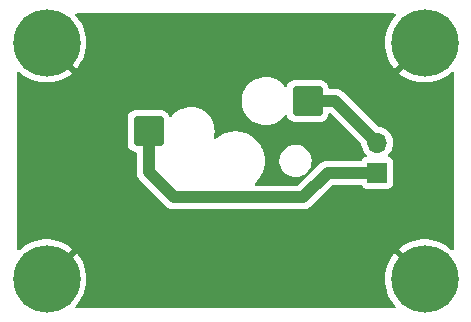
<source format=gbr>
%TF.GenerationSoftware,KiCad,Pcbnew,(5.99.0-9519-ga70106a3bd)*%
%TF.CreationDate,2021-04-17T12:17:53-04:00*%
%TF.ProjectId,hotswap-board,686f7473-7761-4702-9d62-6f6172642e6b,rev?*%
%TF.SameCoordinates,Original*%
%TF.FileFunction,Copper,L2,Bot*%
%TF.FilePolarity,Positive*%
%FSLAX46Y46*%
G04 Gerber Fmt 4.6, Leading zero omitted, Abs format (unit mm)*
G04 Created by KiCad (PCBNEW (5.99.0-9519-ga70106a3bd)) date 2021-04-17 12:17:53*
%MOMM*%
%LPD*%
G01*
G04 APERTURE LIST*
G04 Aperture macros list*
%AMRoundRect*
0 Rectangle with rounded corners*
0 $1 Rounding radius*
0 $2 $3 $4 $5 $6 $7 $8 $9 X,Y pos of 4 corners*
0 Add a 4 corners polygon primitive as box body*
4,1,4,$2,$3,$4,$5,$6,$7,$8,$9,$2,$3,0*
0 Add four circle primitives for the rounded corners*
1,1,$1+$1,$2,$3*
1,1,$1+$1,$4,$5*
1,1,$1+$1,$6,$7*
1,1,$1+$1,$8,$9*
0 Add four rect primitives between the rounded corners*
20,1,$1+$1,$2,$3,$4,$5,0*
20,1,$1+$1,$4,$5,$6,$7,0*
20,1,$1+$1,$6,$7,$8,$9,0*
20,1,$1+$1,$8,$9,$2,$3,0*%
G04 Aperture macros list end*
%TA.AperFunction,ComponentPad*%
%ADD10C,5.700000*%
%TD*%
%TA.AperFunction,ComponentPad*%
%ADD11R,1.700000X1.700000*%
%TD*%
%TA.AperFunction,ComponentPad*%
%ADD12O,1.700000X1.700000*%
%TD*%
%TA.AperFunction,SMDPad,CuDef*%
%ADD13RoundRect,0.254000X1.016000X1.016000X-1.016000X1.016000X-1.016000X-1.016000X1.016000X-1.016000X0*%
%TD*%
%TA.AperFunction,Conductor*%
%ADD14C,1.000000*%
%TD*%
G04 APERTURE END LIST*
D10*
%TO.P,H4,1,1*%
%TO.N,GND*%
X-16000000Y-10000000D03*
%TD*%
%TO.P,H2,1,1*%
%TO.N,GND*%
X16000000Y-10000000D03*
%TD*%
%TO.P,H3,1,1*%
%TO.N,GND*%
X-16000000Y10000000D03*
%TD*%
%TO.P,H1,1,1*%
%TO.N,GND*%
X16000000Y10000000D03*
%TD*%
D11*
%TO.P,J1,1,Pin_1*%
%TO.N,Net-(J1-Pad1)*%
X12000000Y-1000000D03*
D12*
%TO.P,J1,2,Pin_2*%
%TO.N,Net-(J1-Pad2)*%
X12000000Y1540000D03*
%TD*%
D13*
%TO.P,SW1,1,Col*%
%TO.N,Net-(J1-Pad2)*%
X6096000Y5080000D03*
%TO.P,SW1,2,Row*%
%TO.N,Net-(J1-Pad1)*%
X-7366000Y2540000D03*
%TD*%
D14*
%TO.N,Net-(J1-Pad2)*%
X8460000Y5080000D02*
X12000000Y1540000D01*
X6096000Y5080000D02*
X8460000Y5080000D01*
%TO.N,Net-(J1-Pad1)*%
X7800000Y-1000000D02*
X12000000Y-1000000D01*
X7800000Y-1000000D02*
X8200000Y-1000000D01*
X-7366000Y2540000D02*
X-7366000Y-934000D01*
X-7366000Y-934000D02*
X-5200000Y-3100000D01*
X5700000Y-3100000D02*
X7800000Y-1000000D01*
X-5200000Y-3100000D02*
X5700000Y-3100000D01*
%TD*%
%TA.AperFunction,Conductor*%
%TO.N,GND*%
G36*
X13507009Y12471998D02*
G01*
X13553502Y12418342D01*
X13563606Y12348068D01*
X13534699Y12284170D01*
X13330608Y12045209D01*
X13326454Y12039776D01*
X13125336Y11744949D01*
X13121801Y11739112D01*
X12953694Y11424275D01*
X12950813Y11418096D01*
X12817689Y11086940D01*
X12815498Y11080505D01*
X12718913Y10736894D01*
X12717430Y10730258D01*
X12658521Y10378235D01*
X12657762Y10371463D01*
X12637216Y10015138D01*
X12637192Y10008343D01*
X12655251Y9651866D01*
X12655961Y9645110D01*
X12712411Y9292681D01*
X12713850Y9286026D01*
X12808030Y8941763D01*
X12810179Y8935302D01*
X12940991Y8603216D01*
X12943822Y8597033D01*
X13109734Y8281016D01*
X13113217Y8275174D01*
X13312292Y7978919D01*
X13316385Y7973489D01*
X13440892Y7825631D01*
X13453631Y7817187D01*
X13464074Y7823284D01*
X15910905Y10270115D01*
X15973217Y10304141D01*
X16044032Y10299076D01*
X16089095Y10270115D01*
X16270115Y10089095D01*
X16304141Y10026783D01*
X16299076Y9955968D01*
X16270115Y9910905D01*
X13821361Y7462151D01*
X13813747Y7448207D01*
X13813823Y7447137D01*
X13817008Y7442303D01*
X14097304Y7227224D01*
X14102934Y7223369D01*
X14407897Y7037948D01*
X14413899Y7034730D01*
X14737114Y6883326D01*
X14743419Y6880778D01*
X15081099Y6765164D01*
X15087650Y6763311D01*
X15435827Y6684846D01*
X15442546Y6683709D01*
X15797170Y6643304D01*
X15803960Y6642901D01*
X16160869Y6641033D01*
X16167670Y6641365D01*
X16522697Y6678053D01*
X16529425Y6679119D01*
X16878419Y6753938D01*
X16884968Y6755717D01*
X17223845Y6867789D01*
X17230187Y6870275D01*
X17554949Y7018277D01*
X17561008Y7021444D01*
X17867888Y7203657D01*
X17873552Y7207449D01*
X18158958Y7421738D01*
X18164188Y7426127D01*
X18279907Y7534415D01*
X18343313Y7566356D01*
X18413922Y7558946D01*
X18469316Y7514538D01*
X18492000Y7442415D01*
X18492000Y-7442105D01*
X18471998Y-7510226D01*
X18418342Y-7556719D01*
X18348068Y-7566823D01*
X18279267Y-7533502D01*
X18182094Y-7441288D01*
X18176925Y-7436889D01*
X17892993Y-7220590D01*
X17887369Y-7216768D01*
X17581755Y-7032409D01*
X17575738Y-7029210D01*
X17252006Y-6878939D01*
X17245670Y-6876405D01*
X16907612Y-6761979D01*
X16901044Y-6760145D01*
X16552606Y-6682899D01*
X16545867Y-6681783D01*
X16191109Y-6642617D01*
X16184328Y-6642238D01*
X15827391Y-6641615D01*
X15820618Y-6641970D01*
X15465704Y-6679899D01*
X15458994Y-6680986D01*
X15110271Y-6757020D01*
X15103696Y-6758831D01*
X14765225Y-6872082D01*
X14758903Y-6874585D01*
X14434649Y-7023725D01*
X14428606Y-7026911D01*
X14122362Y-7210195D01*
X14116716Y-7214003D01*
X13832038Y-7429303D01*
X13826848Y-7433690D01*
X13822555Y-7437735D01*
X13814532Y-7451446D01*
X13814567Y-7452286D01*
X13819618Y-7460408D01*
X16270115Y-9910905D01*
X16304141Y-9973217D01*
X16299076Y-10044032D01*
X16270115Y-10089095D01*
X16089095Y-10270115D01*
X16026783Y-10304141D01*
X15955968Y-10299076D01*
X15910905Y-10270115D01*
X13465479Y-7824689D01*
X13451942Y-7817297D01*
X13442241Y-7824084D01*
X13330595Y-7954806D01*
X13326461Y-7960214D01*
X13125336Y-8255051D01*
X13121801Y-8260888D01*
X12953694Y-8575725D01*
X12950813Y-8581904D01*
X12817689Y-8913060D01*
X12815498Y-8919495D01*
X12718913Y-9263106D01*
X12717430Y-9269742D01*
X12658521Y-9621765D01*
X12657762Y-9628537D01*
X12637216Y-9984862D01*
X12637192Y-9991657D01*
X12655251Y-10348134D01*
X12655961Y-10354890D01*
X12712411Y-10707319D01*
X12713850Y-10713974D01*
X12808030Y-11058237D01*
X12810179Y-11064698D01*
X12940991Y-11396784D01*
X12943822Y-11402967D01*
X13109734Y-11718984D01*
X13113217Y-11724826D01*
X13312286Y-12021072D01*
X13316389Y-12026516D01*
X13533918Y-12284840D01*
X13562496Y-12349831D01*
X13551401Y-12419955D01*
X13504155Y-12472949D01*
X13437538Y-12492000D01*
X-13439486Y-12492000D01*
X-13507607Y-12471998D01*
X-13554100Y-12418342D01*
X-13564204Y-12348068D01*
X-13535011Y-12283836D01*
X-13337756Y-12054505D01*
X-13333598Y-12049107D01*
X-13131439Y-11754964D01*
X-13127892Y-11749153D01*
X-12958689Y-11434908D01*
X-12955782Y-11428730D01*
X-12821501Y-11098038D01*
X-12819287Y-11091608D01*
X-12721507Y-10748346D01*
X-12720000Y-10741716D01*
X-12659859Y-10389881D01*
X-12659079Y-10383141D01*
X-12637192Y-10025275D01*
X-12637076Y-10021673D01*
X-12637006Y-10001820D01*
X-12637098Y-9998193D01*
X-12656486Y-9640200D01*
X-12657221Y-9633434D01*
X-12714899Y-9281218D01*
X-12716366Y-9274546D01*
X-12811742Y-8930634D01*
X-12813916Y-8924170D01*
X-12945885Y-8592547D01*
X-12948741Y-8586367D01*
X-13115751Y-8270939D01*
X-13119251Y-8265114D01*
X-13319363Y-7969550D01*
X-13323477Y-7964130D01*
X-13440911Y-7825656D01*
X-13453737Y-7817219D01*
X-13464062Y-7823272D01*
X-15910905Y-10270115D01*
X-15973217Y-10304141D01*
X-16044032Y-10299076D01*
X-16089095Y-10270115D01*
X-16270115Y-10089095D01*
X-16304141Y-10026783D01*
X-16299076Y-9955968D01*
X-16270115Y-9910905D01*
X-13821786Y-7462576D01*
X-13814172Y-7448632D01*
X-13814240Y-7447677D01*
X-13819183Y-7440202D01*
X-13823085Y-7436881D01*
X-14107007Y-7220590D01*
X-14112631Y-7216768D01*
X-14418245Y-7032409D01*
X-14424262Y-7029210D01*
X-14747994Y-6878939D01*
X-14754330Y-6876405D01*
X-15092388Y-6761979D01*
X-15098956Y-6760145D01*
X-15447394Y-6682899D01*
X-15454133Y-6681783D01*
X-15808891Y-6642617D01*
X-15815672Y-6642238D01*
X-16172609Y-6641615D01*
X-16179382Y-6641970D01*
X-16534296Y-6679899D01*
X-16541006Y-6680986D01*
X-16889729Y-6757020D01*
X-16896304Y-6758831D01*
X-17234775Y-6872082D01*
X-17241097Y-6874585D01*
X-17565351Y-7023725D01*
X-17571394Y-7026911D01*
X-17877638Y-7210195D01*
X-17883284Y-7214003D01*
X-18167951Y-7429295D01*
X-18173152Y-7433690D01*
X-18279587Y-7533989D01*
X-18342881Y-7566150D01*
X-18413516Y-7558986D01*
X-18469064Y-7514772D01*
X-18492000Y-7442289D01*
X-18492000Y3612023D01*
X-9144500Y3612023D01*
X-9144500Y1481114D01*
X-9136186Y1409799D01*
X-9130634Y1362185D01*
X-9128915Y1347437D01*
X-9126419Y1340562D01*
X-9126419Y1340560D01*
X-9070759Y1187221D01*
X-9068263Y1180345D01*
X-9064252Y1174228D01*
X-9064251Y1174225D01*
X-8974811Y1037806D01*
X-8970799Y1031687D01*
X-8841751Y909439D01*
X-8688040Y820156D01*
X-8517913Y768630D01*
X-8511477Y768056D01*
X-8511474Y768055D01*
X-8489298Y766076D01*
X-8423225Y740097D01*
X-8381687Y682520D01*
X-8374500Y640575D01*
X-8374500Y-871045D01*
X-8375237Y-884653D01*
X-8379445Y-923387D01*
X-8378908Y-929525D01*
X-8378908Y-929530D01*
X-8374933Y-974963D01*
X-8374603Y-979800D01*
X-8374500Y-981909D01*
X-8374500Y-984994D01*
X-8374200Y-988053D01*
X-8370432Y-1026477D01*
X-8370314Y-1027751D01*
X-8362205Y-1120435D01*
X-8360718Y-1125553D01*
X-8360198Y-1130857D01*
X-8358417Y-1136756D01*
X-8333346Y-1219795D01*
X-8332971Y-1221060D01*
X-8309955Y-1300282D01*
X-8307021Y-1310382D01*
X-8304566Y-1315119D01*
X-8303027Y-1320215D01*
X-8300138Y-1325648D01*
X-8300137Y-1325651D01*
X-8259392Y-1402282D01*
X-8258780Y-1403449D01*
X-8215993Y-1485992D01*
X-8212667Y-1490159D01*
X-8210166Y-1494862D01*
X-8206272Y-1499637D01*
X-8206271Y-1499638D01*
X-8151444Y-1566862D01*
X-8150615Y-1567890D01*
X-8122229Y-1603449D01*
X-8122220Y-1603459D01*
X-8120020Y-1606215D01*
X-8117514Y-1608721D01*
X-8117040Y-1609251D01*
X-8113335Y-1613589D01*
X-8085150Y-1648147D01*
X-8080403Y-1652074D01*
X-8080401Y-1652076D01*
X-8048839Y-1678186D01*
X-8040059Y-1686176D01*
X-5957634Y-3768601D01*
X-5948532Y-3778743D01*
X-5924118Y-3809109D01*
X-5919401Y-3813067D01*
X-5919399Y-3813069D01*
X-5884466Y-3842381D01*
X-5880817Y-3845564D01*
X-5879250Y-3846985D01*
X-5877059Y-3849176D01*
X-5868472Y-3856229D01*
X-5844834Y-3875645D01*
X-5843819Y-3876488D01*
X-5818522Y-3897714D01*
X-5772594Y-3936253D01*
X-5767921Y-3938822D01*
X-5763805Y-3942203D01*
X-5743983Y-3952831D01*
X-5681961Y-3986087D01*
X-5680801Y-3986717D01*
X-5604667Y-4028573D01*
X-5604654Y-4028578D01*
X-5599260Y-4031544D01*
X-5594180Y-4033155D01*
X-5589483Y-4035674D01*
X-5583587Y-4037477D01*
X-5583586Y-4037477D01*
X-5571994Y-4041021D01*
X-5500473Y-4062887D01*
X-5499443Y-4063208D01*
X-5410718Y-4091353D01*
X-5405422Y-4091947D01*
X-5400326Y-4093505D01*
X-5307753Y-4102908D01*
X-5306633Y-4103028D01*
X-5257845Y-4108500D01*
X-5254320Y-4108500D01*
X-5253569Y-4108542D01*
X-5247870Y-4108991D01*
X-5209665Y-4112872D01*
X-5209660Y-4112872D01*
X-5203537Y-4113494D01*
X-5156618Y-4109059D01*
X-5144761Y-4108500D01*
X5637045Y-4108500D01*
X5650653Y-4109237D01*
X5683263Y-4112780D01*
X5683266Y-4112780D01*
X5689387Y-4113445D01*
X5695525Y-4112908D01*
X5695530Y-4112908D01*
X5740963Y-4108933D01*
X5745800Y-4108603D01*
X5747909Y-4108500D01*
X5750994Y-4108500D01*
X5792552Y-4104425D01*
X5793751Y-4104314D01*
X5834138Y-4100780D01*
X5880300Y-4096742D01*
X5880303Y-4096742D01*
X5886435Y-4096205D01*
X5891553Y-4094718D01*
X5896857Y-4094198D01*
X5906280Y-4091353D01*
X5985795Y-4067346D01*
X5987060Y-4066971D01*
X6070473Y-4042738D01*
X6070476Y-4042737D01*
X6076382Y-4041021D01*
X6081119Y-4038566D01*
X6086215Y-4037027D01*
X6091648Y-4034138D01*
X6091651Y-4034137D01*
X6168282Y-3993392D01*
X6169449Y-3992780D01*
X6246517Y-3952831D01*
X6251992Y-3949993D01*
X6256159Y-3946667D01*
X6260862Y-3944166D01*
X6267084Y-3939092D01*
X6332862Y-3885444D01*
X6333890Y-3884615D01*
X6369449Y-3856229D01*
X6369459Y-3856220D01*
X6372215Y-3854020D01*
X6374721Y-3851514D01*
X6375251Y-3851040D01*
X6379589Y-3847335D01*
X6414147Y-3819150D01*
X6444187Y-3782838D01*
X6452176Y-3774059D01*
X8180829Y-2045405D01*
X8243141Y-2011380D01*
X8269924Y-2008500D01*
X10578874Y-2008500D01*
X10646995Y-2028502D01*
X10684872Y-2066379D01*
X10757051Y-2178691D01*
X10757053Y-2178694D01*
X10761923Y-2186271D01*
X10768733Y-2192172D01*
X10865569Y-2276082D01*
X10865572Y-2276084D01*
X10872381Y-2281984D01*
X11005330Y-2342700D01*
X11014245Y-2343982D01*
X11014246Y-2343982D01*
X11145552Y-2362861D01*
X11145559Y-2362862D01*
X11150000Y-2363500D01*
X12850000Y-2363500D01*
X12923079Y-2358273D01*
X13001165Y-2335345D01*
X13054670Y-2319635D01*
X13054672Y-2319634D01*
X13063316Y-2317096D01*
X13127135Y-2276082D01*
X13178691Y-2242949D01*
X13178694Y-2242947D01*
X13186271Y-2238077D01*
X13226048Y-2192172D01*
X13276082Y-2134431D01*
X13276084Y-2134428D01*
X13281984Y-2127619D01*
X13307614Y-2071498D01*
X13338958Y-2002864D01*
X13338958Y-2002863D01*
X13342700Y-1994670D01*
X13351713Y-1931985D01*
X13362861Y-1854448D01*
X13362862Y-1854441D01*
X13363500Y-1850000D01*
X13363500Y-150000D01*
X13358273Y-76921D01*
X13317096Y63316D01*
X13271393Y134431D01*
X13242949Y178691D01*
X13242947Y178694D01*
X13238077Y186271D01*
X13187742Y229887D01*
X13134431Y276082D01*
X13134428Y276084D01*
X13127619Y281984D01*
X12994670Y342700D01*
X12987612Y343715D01*
X12928687Y381583D01*
X12899193Y446164D01*
X12909296Y516438D01*
X12934427Y552803D01*
X12936199Y554590D01*
X13046030Y665383D01*
X13077966Y710908D01*
X13175375Y849764D01*
X13175376Y849766D01*
X13178439Y854132D01*
X13207028Y914475D01*
X13274868Y1057669D01*
X13277153Y1062492D01*
X13339349Y1284506D01*
X13344194Y1330988D01*
X13357669Y1460289D01*
X13363249Y1513824D01*
X13363500Y1540000D01*
X13363250Y1542948D01*
X13344458Y1764424D01*
X13344457Y1764428D01*
X13344007Y1769735D01*
X13310551Y1898637D01*
X13287426Y1987731D01*
X13286084Y1992902D01*
X13191388Y2203118D01*
X13062627Y2394374D01*
X12903482Y2561201D01*
X12718504Y2698829D01*
X12713753Y2701245D01*
X12713749Y2701247D01*
X12517740Y2800903D01*
X12517739Y2800903D01*
X12512982Y2803322D01*
X12402887Y2837507D01*
X12297895Y2870109D01*
X12297889Y2870110D01*
X12292792Y2871693D01*
X12192711Y2884957D01*
X12106590Y2896372D01*
X12041688Y2925151D01*
X12034050Y2932185D01*
X9217638Y5748596D01*
X9208536Y5758739D01*
X9197360Y5772639D01*
X9184118Y5789109D01*
X9179400Y5793068D01*
X9179395Y5793073D01*
X9144452Y5822393D01*
X9140799Y5825579D01*
X9139252Y5826982D01*
X9137059Y5829175D01*
X9104817Y5855660D01*
X9103879Y5856438D01*
X9088128Y5869654D01*
X9032594Y5916253D01*
X9027921Y5918822D01*
X9023805Y5922203D01*
X8941818Y5966164D01*
X8940836Y5966697D01*
X8864661Y6008575D01*
X8864659Y6008576D01*
X8859260Y6011544D01*
X8854176Y6013157D01*
X8849483Y6015673D01*
X8760613Y6042844D01*
X8759355Y6043236D01*
X8676594Y6069489D01*
X8670718Y6071353D01*
X8665422Y6071947D01*
X8660326Y6073505D01*
X8654193Y6074128D01*
X8654188Y6074129D01*
X8593983Y6080244D01*
X8567802Y6082903D01*
X8566615Y6083029D01*
X8517845Y6088500D01*
X8514321Y6088500D01*
X8513570Y6088542D01*
X8507871Y6088991D01*
X8469666Y6092872D01*
X8469661Y6092872D01*
X8463538Y6093494D01*
X8420516Y6089427D01*
X8416621Y6089059D01*
X8404763Y6088500D01*
X7992538Y6088500D01*
X7924417Y6108502D01*
X7877924Y6162158D01*
X7867386Y6199908D01*
X7859762Y6265294D01*
X7858915Y6272563D01*
X7852273Y6290863D01*
X7800759Y6432779D01*
X7800759Y6432780D01*
X7798263Y6439655D01*
X7763949Y6491994D01*
X7704811Y6582194D01*
X7704810Y6582195D01*
X7700799Y6588313D01*
X7571751Y6710561D01*
X7418040Y6799844D01*
X7247913Y6851370D01*
X7241477Y6851944D01*
X7241474Y6851945D01*
X7170816Y6858251D01*
X7170810Y6858251D01*
X7168023Y6858500D01*
X5037114Y6858500D01*
X4965799Y6850186D01*
X4910707Y6843763D01*
X4910704Y6843762D01*
X4903437Y6842915D01*
X4896562Y6840419D01*
X4896560Y6840419D01*
X4743221Y6784759D01*
X4736345Y6782263D01*
X4730228Y6778252D01*
X4730225Y6778251D01*
X4593806Y6688811D01*
X4587687Y6684799D01*
X4465439Y6555751D01*
X4376156Y6402040D01*
X4374036Y6395040D01*
X4374035Y6395038D01*
X4366000Y6368507D01*
X4327111Y6309109D01*
X4262283Y6280164D01*
X4192097Y6290863D01*
X4143473Y6330968D01*
X4103405Y6386117D01*
X4103403Y6386120D01*
X4100816Y6389680D01*
X4002013Y6491994D01*
X3906408Y6590996D01*
X3906404Y6590999D01*
X3903354Y6594158D01*
X3679356Y6769164D01*
X3433181Y6911293D01*
X3169622Y7017778D01*
X3165349Y7018843D01*
X3165347Y7018844D01*
X2898079Y7085481D01*
X2898081Y7085481D01*
X2893808Y7086546D01*
X2889440Y7087005D01*
X2889435Y7087006D01*
X2615477Y7115800D01*
X2615474Y7115800D01*
X2611108Y7116259D01*
X2606720Y7116106D01*
X2606714Y7116106D01*
X2331421Y7106492D01*
X2331415Y7106491D01*
X2327023Y7106338D01*
X2047084Y7056978D01*
X1776739Y6969137D01*
X1772786Y6967209D01*
X1772781Y6967207D01*
X1653628Y6909092D01*
X1521250Y6844527D01*
X1517611Y6842072D01*
X1517605Y6842069D01*
X1289236Y6688032D01*
X1289229Y6688027D01*
X1285590Y6685572D01*
X1074345Y6495366D01*
X1001343Y6408365D01*
X894456Y6280983D01*
X894452Y6280978D01*
X891628Y6277612D01*
X889296Y6273880D01*
X776216Y6092914D01*
X740994Y6036548D01*
X625376Y5776866D01*
X547024Y5503620D01*
X507463Y5222129D01*
X507463Y4937871D01*
X547024Y4656380D01*
X625376Y4383134D01*
X740994Y4123452D01*
X891628Y3882388D01*
X894452Y3879022D01*
X894456Y3879017D01*
X935078Y3830606D01*
X1074345Y3664634D01*
X1285590Y3474428D01*
X1289229Y3471973D01*
X1289236Y3471968D01*
X1517605Y3317931D01*
X1517611Y3317928D01*
X1521250Y3315473D01*
X1525201Y3313546D01*
X1772781Y3192793D01*
X1772786Y3192791D01*
X1776739Y3190863D01*
X2047084Y3103022D01*
X2327023Y3053662D01*
X2331415Y3053509D01*
X2331421Y3053508D01*
X2606714Y3043894D01*
X2606720Y3043894D01*
X2611108Y3043741D01*
X2615474Y3044200D01*
X2615477Y3044200D01*
X2889435Y3072994D01*
X2889440Y3072995D01*
X2893808Y3073454D01*
X3030261Y3107476D01*
X3165347Y3141156D01*
X3165349Y3141157D01*
X3169622Y3142222D01*
X3433181Y3248707D01*
X3679356Y3390836D01*
X3903354Y3565842D01*
X3908999Y3571687D01*
X4097758Y3767153D01*
X4097760Y3767156D01*
X4100816Y3770320D01*
X4110067Y3783052D01*
X4144616Y3830606D01*
X4200838Y3873960D01*
X4271574Y3880035D01*
X4334366Y3846904D01*
X4364990Y3799537D01*
X4391237Y3727229D01*
X4391241Y3727220D01*
X4393737Y3720345D01*
X4397748Y3714228D01*
X4397749Y3714225D01*
X4487189Y3577806D01*
X4491201Y3571687D01*
X4620249Y3449439D01*
X4773960Y3360156D01*
X4944087Y3308630D01*
X4950523Y3308056D01*
X4950526Y3308055D01*
X5021184Y3301749D01*
X5021190Y3301749D01*
X5023977Y3301500D01*
X7154886Y3301500D01*
X7226201Y3309814D01*
X7281293Y3316237D01*
X7281296Y3316238D01*
X7288563Y3317085D01*
X7295438Y3319581D01*
X7295440Y3319581D01*
X7448779Y3375241D01*
X7448780Y3375241D01*
X7455655Y3377737D01*
X7461772Y3381748D01*
X7461775Y3381749D01*
X7598194Y3471189D01*
X7598195Y3471190D01*
X7604313Y3475201D01*
X7726561Y3604249D01*
X7815844Y3757960D01*
X7867370Y3928087D01*
X7869485Y3951788D01*
X7895462Y4017861D01*
X7953037Y4059401D01*
X8023931Y4063219D01*
X8084081Y4029684D01*
X10604881Y1508885D01*
X10638906Y1446573D01*
X10640193Y1437744D01*
X10640338Y1437767D01*
X10677002Y1210139D01*
X10751494Y991944D01*
X10754044Y987257D01*
X10754045Y987255D01*
X10787033Y926625D01*
X10861685Y789420D01*
X11004424Y608356D01*
X11064034Y554589D01*
X11101219Y494112D01*
X11099805Y423129D01*
X11060240Y364179D01*
X11015138Y340132D01*
X10945330Y319635D01*
X10945328Y319634D01*
X10936684Y317096D01*
X10898528Y292574D01*
X10821309Y242949D01*
X10821306Y242947D01*
X10813729Y238077D01*
X10807828Y231267D01*
X10723918Y134431D01*
X10723916Y134428D01*
X10718016Y127619D01*
X10714272Y119421D01*
X10697255Y82158D01*
X10650762Y28502D01*
X10582641Y8500D01*
X7862948Y8500D01*
X7849340Y9237D01*
X7816738Y12779D01*
X7816734Y12779D01*
X7810613Y13444D01*
X7804474Y12907D01*
X7804469Y12907D01*
X7759057Y8934D01*
X7754221Y8604D01*
X7752091Y8500D01*
X7749006Y8500D01*
X7707435Y4424D01*
X7706191Y4309D01*
X7683056Y2285D01*
X7619700Y-3258D01*
X7619697Y-3258D01*
X7613565Y-3795D01*
X7608447Y-5282D01*
X7603143Y-5802D01*
X7514073Y-32694D01*
X7512931Y-33032D01*
X7423618Y-58980D01*
X7418886Y-61433D01*
X7413785Y-62973D01*
X7408350Y-65863D01*
X7408347Y-65864D01*
X7331702Y-106617D01*
X7330601Y-107195D01*
X7248007Y-150008D01*
X7243842Y-153333D01*
X7239138Y-155834D01*
X7234361Y-159730D01*
X7167037Y-214638D01*
X7166010Y-215466D01*
X7127785Y-245981D01*
X7125291Y-248475D01*
X7124753Y-248956D01*
X7120404Y-252671D01*
X7090628Y-276955D01*
X7090625Y-276958D01*
X7085853Y-280850D01*
X7081926Y-285597D01*
X7081924Y-285599D01*
X7055809Y-317167D01*
X7047819Y-325947D01*
X5319171Y-2054595D01*
X5256859Y-2088621D01*
X5230076Y-2091500D01*
X1746650Y-2091500D01*
X1678529Y-2071498D01*
X1632036Y-2017842D01*
X1621932Y-1947568D01*
X1651426Y-1882988D01*
X1660397Y-1873650D01*
X1690370Y-1845504D01*
X1827816Y-1716433D01*
X2014610Y-1490638D01*
X2026007Y-1476862D01*
X2026010Y-1476858D01*
X2028529Y-1473813D01*
X2098683Y-1363268D01*
X2195131Y-1211290D01*
X2195133Y-1211287D01*
X2197251Y-1207949D01*
X2331322Y-923036D01*
X2428625Y-623565D01*
X2487628Y-314261D01*
X2500964Y-102301D01*
X3719441Y-102301D01*
X3756129Y-330078D01*
X3830670Y-548418D01*
X3940934Y-751076D01*
X4083767Y-932259D01*
X4087727Y-935830D01*
X4087728Y-935832D01*
X4205599Y-1042149D01*
X4255085Y-1086785D01*
X4259592Y-1089640D01*
X4259595Y-1089642D01*
X4315274Y-1124909D01*
X4449990Y-1210238D01*
X4454916Y-1212294D01*
X4454917Y-1212294D01*
X4605811Y-1275259D01*
X4662909Y-1299085D01*
X4668113Y-1300282D01*
X4668114Y-1300282D01*
X4882551Y-1349592D01*
X4882556Y-1349593D01*
X4887754Y-1350788D01*
X4893082Y-1351091D01*
X4893085Y-1351091D01*
X5051323Y-1360076D01*
X5118096Y-1363868D01*
X5123403Y-1363268D01*
X5123405Y-1363268D01*
X5233797Y-1350788D01*
X5347349Y-1337951D01*
X5352470Y-1336468D01*
X5352475Y-1336467D01*
X5563839Y-1275259D01*
X5563838Y-1275259D01*
X5568957Y-1273777D01*
X5700102Y-1210238D01*
X5771780Y-1175510D01*
X5776585Y-1173182D01*
X5893488Y-1089642D01*
X5959949Y-1042149D01*
X5959951Y-1042147D01*
X5964295Y-1039043D01*
X6126720Y-875194D01*
X6259217Y-686320D01*
X6357996Y-477823D01*
X6420233Y-255663D01*
X6420787Y-250349D01*
X6443842Y-29143D01*
X6443843Y-29133D01*
X6444149Y-26193D01*
X6444279Y-12613D01*
X6444372Y-2962D01*
X6444372Y-2954D01*
X6444400Y0D01*
X6433958Y123061D01*
X6425345Y224576D01*
X6425344Y224580D01*
X6424894Y229887D01*
X6423556Y235044D01*
X6423555Y235048D01*
X6368275Y448030D01*
X6366933Y453201D01*
X6272175Y663556D01*
X6143329Y854938D01*
X5984079Y1021875D01*
X5977655Y1026655D01*
X5803260Y1156408D01*
X5798978Y1159594D01*
X5794227Y1162010D01*
X5794223Y1162012D01*
X5598078Y1261737D01*
X5598077Y1261737D01*
X5593320Y1264156D01*
X5455814Y1306853D01*
X5378088Y1330988D01*
X5378082Y1330989D01*
X5372985Y1332572D01*
X5260828Y1347437D01*
X5149557Y1362185D01*
X5149552Y1362185D01*
X5144272Y1362885D01*
X5138943Y1362685D01*
X5138941Y1362685D01*
X5028997Y1358558D01*
X4913721Y1354230D01*
X4687925Y1306853D01*
X4682969Y1304896D01*
X4682963Y1304894D01*
X4573684Y1261737D01*
X4473340Y1222109D01*
X4276100Y1102421D01*
X4272070Y1098924D01*
X4154611Y996998D01*
X4101847Y951212D01*
X4098460Y947081D01*
X3958946Y776933D01*
X3958942Y776927D01*
X3955562Y772805D01*
X3952923Y768169D01*
X3952921Y768166D01*
X3920328Y710908D01*
X3841428Y572300D01*
X3762709Y355432D01*
X3761760Y350183D01*
X3761759Y350180D01*
X3730749Y178691D01*
X3721655Y128401D01*
X3720696Y28502D01*
X3719685Y-76921D01*
X3719441Y-102301D01*
X2500964Y-102301D01*
X2507400Y0D01*
X2507126Y4363D01*
X2502231Y82158D01*
X2487628Y314261D01*
X2428625Y623565D01*
X2413621Y669745D01*
X2355129Y849764D01*
X2331322Y923036D01*
X2197251Y1207949D01*
X2190022Y1219341D01*
X2045816Y1446573D01*
X2028529Y1473813D01*
X2025502Y1477473D01*
X1966300Y1549035D01*
X1827816Y1716433D01*
X1598277Y1931985D01*
X1343532Y2117068D01*
X1195850Y2198257D01*
X1071061Y2266860D01*
X1071058Y2266861D01*
X1067599Y2268763D01*
X908318Y2331827D01*
X778512Y2383221D01*
X778509Y2383222D01*
X774829Y2384679D01*
X770995Y2385663D01*
X770987Y2385666D01*
X582204Y2434137D01*
X469840Y2462987D01*
X465912Y2463483D01*
X465908Y2463484D01*
X342078Y2479127D01*
X157441Y2502452D01*
X-157441Y2502452D01*
X-342078Y2479127D01*
X-465908Y2463484D01*
X-465912Y2463483D01*
X-469840Y2462987D01*
X-582204Y2434137D01*
X-770987Y2385666D01*
X-770995Y2385663D01*
X-774829Y2384679D01*
X-778509Y2383222D01*
X-778512Y2383221D01*
X-908318Y2331827D01*
X-1067599Y2268763D01*
X-1071058Y2266861D01*
X-1071061Y2266860D01*
X-1195849Y2198257D01*
X-1343532Y2117068D01*
X-1598277Y1931985D01*
X-1631333Y1900944D01*
X-1633789Y1898637D01*
X-1697139Y1866586D01*
X-1767761Y1873873D01*
X-1823232Y1918184D01*
X-1845941Y1985450D01*
X-1843289Y2016684D01*
X-1793242Y2252139D01*
X-1793242Y2252141D01*
X-1792329Y2256435D01*
X-1777850Y2463484D01*
X-1772807Y2535610D01*
X-1772500Y2540000D01*
X-1783384Y2695643D01*
X-1792022Y2819180D01*
X-1792023Y2819185D01*
X-1792329Y2823565D01*
X-1851429Y3101611D01*
X-1866810Y3143872D01*
X-1924273Y3301749D01*
X-1948651Y3368726D01*
X-1991567Y3449439D01*
X-2080032Y3615819D01*
X-2080036Y3615825D01*
X-2082102Y3619711D01*
X-2112598Y3661686D01*
X-2246595Y3846117D01*
X-2246597Y3846120D01*
X-2249184Y3849680D01*
X-2278497Y3880035D01*
X-2443592Y4050996D01*
X-2443596Y4050999D01*
X-2446646Y4054158D01*
X-2670644Y4229164D01*
X-2916819Y4371293D01*
X-3180378Y4477778D01*
X-3184651Y4478843D01*
X-3184653Y4478844D01*
X-3451921Y4545481D01*
X-3451919Y4545481D01*
X-3456192Y4546546D01*
X-3460560Y4547005D01*
X-3460565Y4547006D01*
X-3734523Y4575800D01*
X-3734526Y4575800D01*
X-3738892Y4576259D01*
X-3743280Y4576106D01*
X-3743286Y4576106D01*
X-4018579Y4566492D01*
X-4018585Y4566491D01*
X-4022977Y4566338D01*
X-4302916Y4516978D01*
X-4573261Y4429137D01*
X-4577214Y4427209D01*
X-4577219Y4427207D01*
X-4696372Y4369092D01*
X-4828750Y4304527D01*
X-4832389Y4302072D01*
X-4832395Y4302069D01*
X-5060764Y4148032D01*
X-5060771Y4148027D01*
X-5064410Y4145572D01*
X-5275655Y3955366D01*
X-5278486Y3951993D01*
X-5278492Y3951986D01*
X-5420245Y3783052D01*
X-5479354Y3743725D01*
X-5550342Y3742599D01*
X-5610669Y3780030D01*
X-5635205Y3821052D01*
X-5661240Y3892776D01*
X-5663737Y3899655D01*
X-5682377Y3928087D01*
X-5757189Y4042194D01*
X-5757190Y4042195D01*
X-5761201Y4048313D01*
X-5890249Y4170561D01*
X-6043960Y4259844D01*
X-6214087Y4311370D01*
X-6220523Y4311944D01*
X-6220526Y4311945D01*
X-6291184Y4318251D01*
X-6291190Y4318251D01*
X-6293977Y4318500D01*
X-8424886Y4318500D01*
X-8496201Y4310186D01*
X-8551293Y4303763D01*
X-8551296Y4303762D01*
X-8558563Y4302915D01*
X-8565438Y4300419D01*
X-8565440Y4300419D01*
X-8718779Y4244759D01*
X-8725655Y4242263D01*
X-8731772Y4238252D01*
X-8731775Y4238251D01*
X-8868194Y4148811D01*
X-8874313Y4144799D01*
X-8996561Y4015751D01*
X-9085844Y3862040D01*
X-9137370Y3691913D01*
X-9144500Y3612023D01*
X-18492000Y3612023D01*
X-18492000Y7441860D01*
X-18471998Y7509981D01*
X-18418342Y7556474D01*
X-18348068Y7566578D01*
X-18278949Y7532954D01*
X-18191017Y7448924D01*
X-18185849Y7444496D01*
X-17902696Y7227224D01*
X-17897066Y7223369D01*
X-17592103Y7037948D01*
X-17586101Y7034730D01*
X-17262886Y6883326D01*
X-17256581Y6880778D01*
X-16918901Y6765164D01*
X-16912350Y6763311D01*
X-16564173Y6684846D01*
X-16557454Y6683709D01*
X-16202830Y6643304D01*
X-16196040Y6642901D01*
X-15839131Y6641033D01*
X-15832330Y6641365D01*
X-15477303Y6678053D01*
X-15470575Y6679119D01*
X-15121581Y6753938D01*
X-15115032Y6755717D01*
X-14776155Y6867789D01*
X-14769813Y6870275D01*
X-14445051Y7018277D01*
X-14438992Y7021444D01*
X-14132112Y7203657D01*
X-14126448Y7207449D01*
X-13841038Y7421741D01*
X-13835812Y7426126D01*
X-13822963Y7438150D01*
X-13814895Y7451828D01*
X-13814923Y7452554D01*
X-13820065Y7460855D01*
X-16270115Y9910905D01*
X-16304141Y9973217D01*
X-16299076Y10044032D01*
X-16270115Y10089095D01*
X-16089095Y10270115D01*
X-16026783Y10304141D01*
X-15955968Y10299076D01*
X-15910905Y10270115D01*
X-13465489Y7824699D01*
X-13451892Y7817274D01*
X-13442283Y7823971D01*
X-13337749Y7945502D01*
X-13333600Y7950890D01*
X-13131439Y8245036D01*
X-13127892Y8250847D01*
X-12958689Y8565092D01*
X-12955782Y8571270D01*
X-12821501Y8901962D01*
X-12819287Y8908392D01*
X-12721507Y9251654D01*
X-12720000Y9258284D01*
X-12659859Y9610119D01*
X-12659079Y9616859D01*
X-12637192Y9974725D01*
X-12637076Y9978327D01*
X-12637006Y9998180D01*
X-12637098Y10001807D01*
X-12656486Y10359800D01*
X-12657221Y10366566D01*
X-12714899Y10718782D01*
X-12716366Y10725454D01*
X-12811742Y11069366D01*
X-12813916Y11075830D01*
X-12945885Y11407453D01*
X-12948741Y11413633D01*
X-13115751Y11729061D01*
X-13119251Y11734886D01*
X-13319363Y12030450D01*
X-13323477Y12035869D01*
X-13534335Y12284505D01*
X-13563140Y12349395D01*
X-13552290Y12419558D01*
X-13505229Y12472716D01*
X-13438239Y12492000D01*
X13438888Y12492000D01*
X13507009Y12471998D01*
G37*
%TD.AperFunction*%
%TD*%
M02*

</source>
